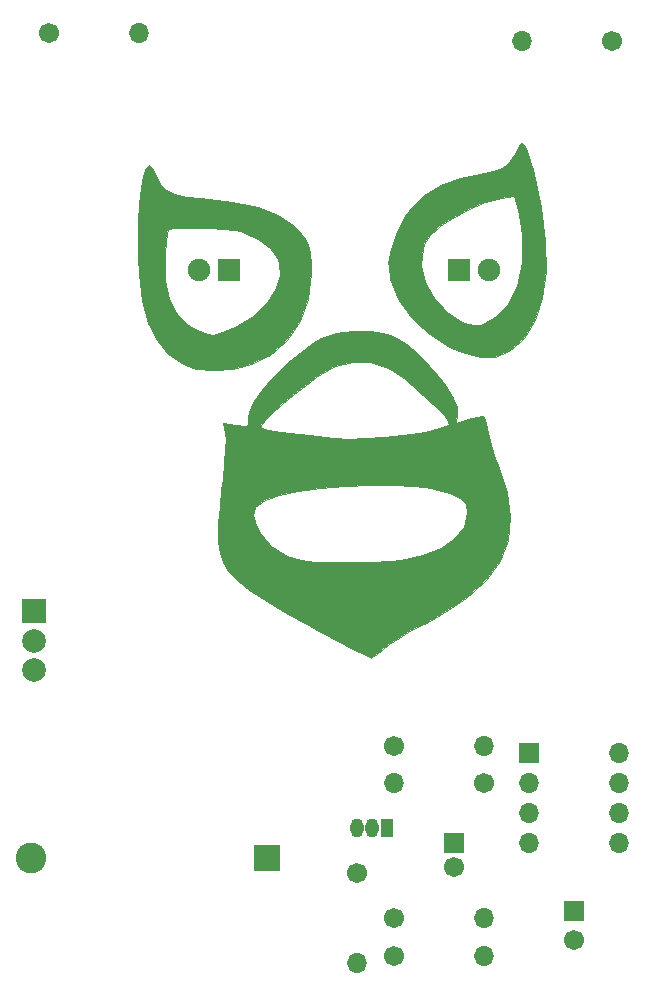
<source format=gts>
G04 #@! TF.GenerationSoftware,KiCad,Pcbnew,(5.0.0)*
G04 #@! TF.CreationDate,2018-09-20T09:30:45-05:00*
G04 #@! TF.ProjectId,El_Santo,456C5F53616E746F2E6B696361645F70,V1.0*
G04 #@! TF.SameCoordinates,Original*
G04 #@! TF.FileFunction,Soldermask,Top*
G04 #@! TF.FilePolarity,Negative*
%FSLAX46Y46*%
G04 Gerber Fmt 4.6, Leading zero omitted, Abs format (unit mm)*
G04 Created by KiCad (PCBNEW (5.0.0)) date 09/20/18 09:30:45*
%MOMM*%
%LPD*%
G01*
G04 APERTURE LIST*
%ADD10C,0.010000*%
%ADD11R,2.271600X2.271600*%
%ADD12C,2.601600*%
%ADD13R,1.701600X1.701600*%
%ADD14C,1.701600*%
%ADD15R,1.901600X1.901600*%
%ADD16C,1.901600*%
%ADD17O,1.101600X1.601600*%
%ADD18R,1.101600X1.601600*%
%ADD19O,1.701600X1.701600*%
%ADD20R,2.001600X2.001600*%
%ADD21C,2.001600*%
G04 APERTURE END LIST*
D10*
G04 #@! TO.C,G\002A\002A\002A*
G36*
X171065502Y-54637241D02*
X171366458Y-55337922D01*
X171694912Y-56411852D01*
X171742510Y-56592403D01*
X172432928Y-59768014D01*
X172793235Y-62662728D01*
X172825298Y-65247997D01*
X172530985Y-67495270D01*
X171912163Y-69375998D01*
X170970700Y-70861632D01*
X170796521Y-71054167D01*
X169686775Y-71993446D01*
X168526985Y-72479548D01*
X167243284Y-72519279D01*
X165761808Y-72119442D01*
X164645273Y-71620791D01*
X162865006Y-70505986D01*
X161407359Y-69136426D01*
X160327812Y-67588158D01*
X159681849Y-65937226D01*
X159531371Y-64724109D01*
X162309443Y-64724109D01*
X162641158Y-66181962D01*
X163370891Y-67542400D01*
X164437479Y-68695102D01*
X165779758Y-69529748D01*
X165939372Y-69596511D01*
X166726987Y-69831622D01*
X167387486Y-69777248D01*
X168127747Y-69395488D01*
X168518169Y-69124088D01*
X169646773Y-67986289D01*
X170402976Y-66474771D01*
X170789332Y-64583188D01*
X170845074Y-63343456D01*
X170799301Y-62139349D01*
X170683083Y-60975712D01*
X170520738Y-60089808D01*
X170506191Y-60037011D01*
X170171874Y-58869514D01*
X169054260Y-59046921D01*
X167688313Y-59411988D01*
X166138616Y-60064187D01*
X164601561Y-60914577D01*
X163916769Y-61373619D01*
X163044534Y-62129958D01*
X162553688Y-62923743D01*
X162436909Y-63279159D01*
X162309443Y-64724109D01*
X159531371Y-64724109D01*
X159514540Y-64588428D01*
X159702997Y-63316029D01*
X160210402Y-61900652D01*
X160949812Y-60547447D01*
X161573087Y-59731193D01*
X162671647Y-58722304D01*
X163975865Y-57958894D01*
X165599975Y-57386312D01*
X167231054Y-57024406D01*
X168352146Y-56783789D01*
X169094408Y-56513948D01*
X169612458Y-56148592D01*
X169837896Y-55906802D01*
X170261666Y-55306768D01*
X170471693Y-54820374D01*
X170476646Y-54767152D01*
X170671556Y-54425471D01*
X170824028Y-54386614D01*
X171065502Y-54637241D01*
X171065502Y-54637241D01*
G37*
X171065502Y-54637241D02*
X171366458Y-55337922D01*
X171694912Y-56411852D01*
X171742510Y-56592403D01*
X172432928Y-59768014D01*
X172793235Y-62662728D01*
X172825298Y-65247997D01*
X172530985Y-67495270D01*
X171912163Y-69375998D01*
X170970700Y-70861632D01*
X170796521Y-71054167D01*
X169686775Y-71993446D01*
X168526985Y-72479548D01*
X167243284Y-72519279D01*
X165761808Y-72119442D01*
X164645273Y-71620791D01*
X162865006Y-70505986D01*
X161407359Y-69136426D01*
X160327812Y-67588158D01*
X159681849Y-65937226D01*
X159531371Y-64724109D01*
X162309443Y-64724109D01*
X162641158Y-66181962D01*
X163370891Y-67542400D01*
X164437479Y-68695102D01*
X165779758Y-69529748D01*
X165939372Y-69596511D01*
X166726987Y-69831622D01*
X167387486Y-69777248D01*
X168127747Y-69395488D01*
X168518169Y-69124088D01*
X169646773Y-67986289D01*
X170402976Y-66474771D01*
X170789332Y-64583188D01*
X170845074Y-63343456D01*
X170799301Y-62139349D01*
X170683083Y-60975712D01*
X170520738Y-60089808D01*
X170506191Y-60037011D01*
X170171874Y-58869514D01*
X169054260Y-59046921D01*
X167688313Y-59411988D01*
X166138616Y-60064187D01*
X164601561Y-60914577D01*
X163916769Y-61373619D01*
X163044534Y-62129958D01*
X162553688Y-62923743D01*
X162436909Y-63279159D01*
X162309443Y-64724109D01*
X159531371Y-64724109D01*
X159514540Y-64588428D01*
X159702997Y-63316029D01*
X160210402Y-61900652D01*
X160949812Y-60547447D01*
X161573087Y-59731193D01*
X162671647Y-58722304D01*
X163975865Y-57958894D01*
X165599975Y-57386312D01*
X167231054Y-57024406D01*
X168352146Y-56783789D01*
X169094408Y-56513948D01*
X169612458Y-56148592D01*
X169837896Y-55906802D01*
X170261666Y-55306768D01*
X170471693Y-54820374D01*
X170476646Y-54767152D01*
X170671556Y-54425471D01*
X170824028Y-54386614D01*
X171065502Y-54637241D01*
G36*
X139466368Y-56479515D02*
X139776504Y-57022706D01*
X139822472Y-57127140D01*
X140210469Y-57881805D01*
X140693243Y-58394970D01*
X141384897Y-58724508D01*
X142399531Y-58928292D01*
X143606119Y-59046240D01*
X146262974Y-59347581D01*
X148437380Y-59818252D01*
X150157536Y-60468882D01*
X151451638Y-61310101D01*
X152339167Y-62338458D01*
X152680816Y-62989706D01*
X152867822Y-63681180D01*
X152937795Y-64601577D01*
X152939169Y-65348719D01*
X152696442Y-67577411D01*
X152031362Y-69485481D01*
X150949893Y-71063861D01*
X149457998Y-72303479D01*
X147846471Y-73093487D01*
X146314005Y-73495930D01*
X144715785Y-73625590D01*
X143230481Y-73482319D01*
X142096150Y-73098255D01*
X140857066Y-72240383D01*
X139879423Y-71091435D01*
X139147401Y-69608907D01*
X138645184Y-67750295D01*
X138356951Y-65473093D01*
X138305264Y-63944667D01*
X140591442Y-63944667D01*
X140608236Y-65969658D01*
X140928939Y-67585979D01*
X141572748Y-68837601D01*
X142558861Y-69768496D01*
X143317736Y-70189068D01*
X144021145Y-70496976D01*
X144534194Y-70633834D01*
X145029991Y-70586062D01*
X145681643Y-70340086D01*
X146549603Y-69935586D01*
X147982916Y-69073025D01*
X149118549Y-68019878D01*
X149906100Y-66856311D01*
X150295167Y-65662487D01*
X150235348Y-64518573D01*
X150136491Y-64230588D01*
X149500516Y-63307613D01*
X148458981Y-62489382D01*
X147141045Y-61876277D01*
X147081909Y-61856622D01*
X146447769Y-61729150D01*
X145502323Y-61631930D01*
X144382254Y-61567882D01*
X143224242Y-61539927D01*
X142164972Y-61550986D01*
X141341125Y-61603980D01*
X140889385Y-61701829D01*
X140858923Y-61723635D01*
X140774147Y-62043626D01*
X140683843Y-62756923D01*
X140604985Y-63722567D01*
X140591442Y-63944667D01*
X138305264Y-63944667D01*
X138266849Y-62808719D01*
X138302969Y-61131100D01*
X138404268Y-59577166D01*
X138558792Y-58229946D01*
X138754588Y-57172468D01*
X138979702Y-56487761D01*
X139209908Y-56258193D01*
X139466368Y-56479515D01*
X139466368Y-56479515D01*
G37*
X139466368Y-56479515D02*
X139776504Y-57022706D01*
X139822472Y-57127140D01*
X140210469Y-57881805D01*
X140693243Y-58394970D01*
X141384897Y-58724508D01*
X142399531Y-58928292D01*
X143606119Y-59046240D01*
X146262974Y-59347581D01*
X148437380Y-59818252D01*
X150157536Y-60468882D01*
X151451638Y-61310101D01*
X152339167Y-62338458D01*
X152680816Y-62989706D01*
X152867822Y-63681180D01*
X152937795Y-64601577D01*
X152939169Y-65348719D01*
X152696442Y-67577411D01*
X152031362Y-69485481D01*
X150949893Y-71063861D01*
X149457998Y-72303479D01*
X147846471Y-73093487D01*
X146314005Y-73495930D01*
X144715785Y-73625590D01*
X143230481Y-73482319D01*
X142096150Y-73098255D01*
X140857066Y-72240383D01*
X139879423Y-71091435D01*
X139147401Y-69608907D01*
X138645184Y-67750295D01*
X138356951Y-65473093D01*
X138305264Y-63944667D01*
X140591442Y-63944667D01*
X140608236Y-65969658D01*
X140928939Y-67585979D01*
X141572748Y-68837601D01*
X142558861Y-69768496D01*
X143317736Y-70189068D01*
X144021145Y-70496976D01*
X144534194Y-70633834D01*
X145029991Y-70586062D01*
X145681643Y-70340086D01*
X146549603Y-69935586D01*
X147982916Y-69073025D01*
X149118549Y-68019878D01*
X149906100Y-66856311D01*
X150295167Y-65662487D01*
X150235348Y-64518573D01*
X150136491Y-64230588D01*
X149500516Y-63307613D01*
X148458981Y-62489382D01*
X147141045Y-61876277D01*
X147081909Y-61856622D01*
X146447769Y-61729150D01*
X145502323Y-61631930D01*
X144382254Y-61567882D01*
X143224242Y-61539927D01*
X142164972Y-61550986D01*
X141341125Y-61603980D01*
X140889385Y-61701829D01*
X140858923Y-61723635D01*
X140774147Y-62043626D01*
X140683843Y-62756923D01*
X140604985Y-63722567D01*
X140591442Y-63944667D01*
X138305264Y-63944667D01*
X138266849Y-62808719D01*
X138302969Y-61131100D01*
X138404268Y-59577166D01*
X138558792Y-58229946D01*
X138754588Y-57172468D01*
X138979702Y-56487761D01*
X139209908Y-56258193D01*
X139466368Y-56479515D01*
G36*
X158042710Y-70305829D02*
X159373852Y-70541473D01*
X160033767Y-70804237D01*
X161130684Y-71524648D01*
X162242077Y-72481526D01*
X163290742Y-73579641D01*
X164199476Y-74723764D01*
X164891074Y-75818667D01*
X165288334Y-76769121D01*
X165343518Y-77353698D01*
X165230619Y-78122927D01*
X166277891Y-77753428D01*
X166982145Y-77552909D01*
X167470733Y-77500374D01*
X167548614Y-77522030D01*
X167715474Y-77847613D01*
X167885133Y-78516997D01*
X167954310Y-78923898D01*
X168170052Y-79916295D01*
X168520196Y-81057983D01*
X168748625Y-81661768D01*
X169512232Y-83960599D01*
X169802485Y-86065965D01*
X169610571Y-87997149D01*
X168927678Y-89773432D01*
X167744992Y-91414096D01*
X166053700Y-92938425D01*
X163844991Y-94365699D01*
X162655278Y-94993733D01*
X161458625Y-95625468D01*
X160370275Y-96264064D01*
X159523730Y-96827482D01*
X159102586Y-97176940D01*
X158561060Y-97673163D01*
X158138954Y-97941673D01*
X158060834Y-97957814D01*
X157749187Y-97832074D01*
X157044317Y-97486907D01*
X156021298Y-96961033D01*
X154755205Y-96293172D01*
X153321115Y-95522044D01*
X153006303Y-95350972D01*
X150818643Y-94139235D01*
X149067454Y-93109773D01*
X147705771Y-92216307D01*
X146686632Y-91412561D01*
X145963073Y-90652259D01*
X145488131Y-89889122D01*
X145214844Y-89076874D01*
X145096246Y-88169238D01*
X145079803Y-87540298D01*
X145117544Y-86524022D01*
X145168826Y-85841710D01*
X148042711Y-85841710D01*
X148277442Y-86709257D01*
X148623825Y-87391714D01*
X149570205Y-88536847D01*
X150881918Y-89340804D01*
X152148829Y-89701790D01*
X153265796Y-89819427D01*
X154745828Y-89883826D01*
X156419972Y-89895606D01*
X158119275Y-89855385D01*
X159674784Y-89763784D01*
X160576194Y-89670910D01*
X162426613Y-89282239D01*
X163967921Y-88657496D01*
X165146148Y-87835080D01*
X165907323Y-86853391D01*
X166197475Y-85750826D01*
X166198751Y-85670618D01*
X166053013Y-84984876D01*
X165572458Y-84450201D01*
X164692073Y-84021912D01*
X163346847Y-83655324D01*
X163229701Y-83629988D01*
X161714848Y-83409099D01*
X159893394Y-83305093D01*
X157881360Y-83309053D01*
X155794768Y-83412062D01*
X153749639Y-83605203D01*
X151861994Y-83879558D01*
X150247853Y-84226212D01*
X149023239Y-84636245D01*
X148809408Y-84738305D01*
X148218335Y-85208997D01*
X148042711Y-85841710D01*
X145168826Y-85841710D01*
X145218287Y-85183640D01*
X145364882Y-83723739D01*
X145476300Y-82810152D01*
X145622792Y-81511788D01*
X145711649Y-80326239D01*
X145734201Y-79402833D01*
X145699934Y-78959371D01*
X145596156Y-78440477D01*
X148680375Y-78440477D01*
X149008680Y-78568315D01*
X149833770Y-78729113D01*
X151119068Y-78917523D01*
X152827995Y-79128193D01*
X154923974Y-79355772D01*
X154969277Y-79360427D01*
X156061767Y-79404066D01*
X157502600Y-79367146D01*
X159113587Y-79262422D01*
X160716540Y-79102643D01*
X162133267Y-78900563D01*
X162585498Y-78815382D01*
X163538896Y-78596564D01*
X164281150Y-78384737D01*
X164659329Y-78223860D01*
X164666807Y-78217084D01*
X164594637Y-77941422D01*
X164185205Y-77416508D01*
X163523889Y-76720683D01*
X162696068Y-75932288D01*
X161787120Y-75129665D01*
X160882424Y-74391156D01*
X160067359Y-73795101D01*
X159450206Y-73430445D01*
X157962283Y-72927209D01*
X156527824Y-72882948D01*
X155027580Y-73303865D01*
X154190581Y-73703982D01*
X153415390Y-74179808D01*
X152493049Y-74839229D01*
X151510420Y-75607581D01*
X150554363Y-76410199D01*
X149711740Y-77172418D01*
X149069413Y-77819574D01*
X148714243Y-78277000D01*
X148680375Y-78440477D01*
X145596156Y-78440477D01*
X145528228Y-78100841D01*
X146637942Y-78249685D01*
X147330223Y-78322296D01*
X147620101Y-78246206D01*
X147633242Y-77956906D01*
X147587907Y-77762037D01*
X147669694Y-77130231D01*
X148111137Y-76266793D01*
X148838234Y-75252954D01*
X149776982Y-74169945D01*
X150853381Y-73098997D01*
X151993426Y-72121341D01*
X153123117Y-71318209D01*
X153810909Y-70931140D01*
X155068083Y-70504602D01*
X156543068Y-70294852D01*
X158042710Y-70305829D01*
X158042710Y-70305829D01*
G37*
X158042710Y-70305829D02*
X159373852Y-70541473D01*
X160033767Y-70804237D01*
X161130684Y-71524648D01*
X162242077Y-72481526D01*
X163290742Y-73579641D01*
X164199476Y-74723764D01*
X164891074Y-75818667D01*
X165288334Y-76769121D01*
X165343518Y-77353698D01*
X165230619Y-78122927D01*
X166277891Y-77753428D01*
X166982145Y-77552909D01*
X167470733Y-77500374D01*
X167548614Y-77522030D01*
X167715474Y-77847613D01*
X167885133Y-78516997D01*
X167954310Y-78923898D01*
X168170052Y-79916295D01*
X168520196Y-81057983D01*
X168748625Y-81661768D01*
X169512232Y-83960599D01*
X169802485Y-86065965D01*
X169610571Y-87997149D01*
X168927678Y-89773432D01*
X167744992Y-91414096D01*
X166053700Y-92938425D01*
X163844991Y-94365699D01*
X162655278Y-94993733D01*
X161458625Y-95625468D01*
X160370275Y-96264064D01*
X159523730Y-96827482D01*
X159102586Y-97176940D01*
X158561060Y-97673163D01*
X158138954Y-97941673D01*
X158060834Y-97957814D01*
X157749187Y-97832074D01*
X157044317Y-97486907D01*
X156021298Y-96961033D01*
X154755205Y-96293172D01*
X153321115Y-95522044D01*
X153006303Y-95350972D01*
X150818643Y-94139235D01*
X149067454Y-93109773D01*
X147705771Y-92216307D01*
X146686632Y-91412561D01*
X145963073Y-90652259D01*
X145488131Y-89889122D01*
X145214844Y-89076874D01*
X145096246Y-88169238D01*
X145079803Y-87540298D01*
X145117544Y-86524022D01*
X145168826Y-85841710D01*
X148042711Y-85841710D01*
X148277442Y-86709257D01*
X148623825Y-87391714D01*
X149570205Y-88536847D01*
X150881918Y-89340804D01*
X152148829Y-89701790D01*
X153265796Y-89819427D01*
X154745828Y-89883826D01*
X156419972Y-89895606D01*
X158119275Y-89855385D01*
X159674784Y-89763784D01*
X160576194Y-89670910D01*
X162426613Y-89282239D01*
X163967921Y-88657496D01*
X165146148Y-87835080D01*
X165907323Y-86853391D01*
X166197475Y-85750826D01*
X166198751Y-85670618D01*
X166053013Y-84984876D01*
X165572458Y-84450201D01*
X164692073Y-84021912D01*
X163346847Y-83655324D01*
X163229701Y-83629988D01*
X161714848Y-83409099D01*
X159893394Y-83305093D01*
X157881360Y-83309053D01*
X155794768Y-83412062D01*
X153749639Y-83605203D01*
X151861994Y-83879558D01*
X150247853Y-84226212D01*
X149023239Y-84636245D01*
X148809408Y-84738305D01*
X148218335Y-85208997D01*
X148042711Y-85841710D01*
X145168826Y-85841710D01*
X145218287Y-85183640D01*
X145364882Y-83723739D01*
X145476300Y-82810152D01*
X145622792Y-81511788D01*
X145711649Y-80326239D01*
X145734201Y-79402833D01*
X145699934Y-78959371D01*
X145596156Y-78440477D01*
X148680375Y-78440477D01*
X149008680Y-78568315D01*
X149833770Y-78729113D01*
X151119068Y-78917523D01*
X152827995Y-79128193D01*
X154923974Y-79355772D01*
X154969277Y-79360427D01*
X156061767Y-79404066D01*
X157502600Y-79367146D01*
X159113587Y-79262422D01*
X160716540Y-79102643D01*
X162133267Y-78900563D01*
X162585498Y-78815382D01*
X163538896Y-78596564D01*
X164281150Y-78384737D01*
X164659329Y-78223860D01*
X164666807Y-78217084D01*
X164594637Y-77941422D01*
X164185205Y-77416508D01*
X163523889Y-76720683D01*
X162696068Y-75932288D01*
X161787120Y-75129665D01*
X160882424Y-74391156D01*
X160067359Y-73795101D01*
X159450206Y-73430445D01*
X157962283Y-72927209D01*
X156527824Y-72882948D01*
X155027580Y-73303865D01*
X154190581Y-73703982D01*
X153415390Y-74179808D01*
X152493049Y-74839229D01*
X151510420Y-75607581D01*
X150554363Y-76410199D01*
X149711740Y-77172418D01*
X149069413Y-77819574D01*
X148714243Y-78277000D01*
X148680375Y-78440477D01*
X145596156Y-78440477D01*
X145528228Y-78100841D01*
X146637942Y-78249685D01*
X147330223Y-78322296D01*
X147620101Y-78246206D01*
X147633242Y-77956906D01*
X147587907Y-77762037D01*
X147669694Y-77130231D01*
X148111137Y-76266793D01*
X148838234Y-75252954D01*
X149776982Y-74169945D01*
X150853381Y-73098997D01*
X151993426Y-72121341D01*
X153123117Y-71318209D01*
X153810909Y-70931140D01*
X155068083Y-70504602D01*
X156543068Y-70294852D01*
X158042710Y-70305829D01*
G04 #@! TD*
D11*
G04 #@! TO.C,BAT1*
X149225000Y-114935000D03*
D12*
X129225000Y-114935000D03*
G04 #@! TD*
D13*
G04 #@! TO.C,C1*
X165100000Y-113665000D03*
D14*
X165100000Y-115665000D03*
G04 #@! TD*
D13*
G04 #@! TO.C,C2*
X175260000Y-119380000D03*
D14*
X175260000Y-121880000D03*
G04 #@! TD*
D15*
G04 #@! TO.C,D1*
X165481000Y-65151000D03*
D16*
X168021000Y-65151000D03*
G04 #@! TD*
G04 #@! TO.C,D2*
X143510000Y-65151000D03*
D15*
X146050000Y-65151000D03*
G04 #@! TD*
D17*
G04 #@! TO.C,Q1*
X158115000Y-112395000D03*
X156845000Y-112395000D03*
D18*
X159385000Y-112395000D03*
G04 #@! TD*
D19*
G04 #@! TO.C,R1*
X167640000Y-105410000D03*
D14*
X160020000Y-105410000D03*
G04 #@! TD*
G04 #@! TO.C,R2*
X167640000Y-108585000D03*
D19*
X160020000Y-108585000D03*
G04 #@! TD*
D14*
G04 #@! TO.C,R3*
X160020000Y-120015000D03*
D19*
X167640000Y-120015000D03*
G04 #@! TD*
G04 #@! TO.C,R4*
X167640000Y-123190000D03*
D14*
X160020000Y-123190000D03*
G04 #@! TD*
G04 #@! TO.C,R5*
X156845000Y-116205000D03*
D19*
X156845000Y-123825000D03*
G04 #@! TD*
G04 #@! TO.C,R6*
X170815000Y-45720000D03*
D14*
X178435000Y-45720000D03*
G04 #@! TD*
G04 #@! TO.C,R7*
X130810000Y-45085000D03*
D19*
X138430000Y-45085000D03*
G04 #@! TD*
D20*
G04 #@! TO.C,S1*
X129540000Y-94020000D03*
D21*
X129540000Y-96520000D03*
X129540000Y-99020000D03*
G04 #@! TD*
D13*
G04 #@! TO.C,U1*
X171450000Y-106045000D03*
D19*
X179070000Y-113665000D03*
X171450000Y-108585000D03*
X179070000Y-111125000D03*
X171450000Y-111125000D03*
X179070000Y-108585000D03*
X171450000Y-113665000D03*
X179070000Y-106045000D03*
G04 #@! TD*
M02*

</source>
